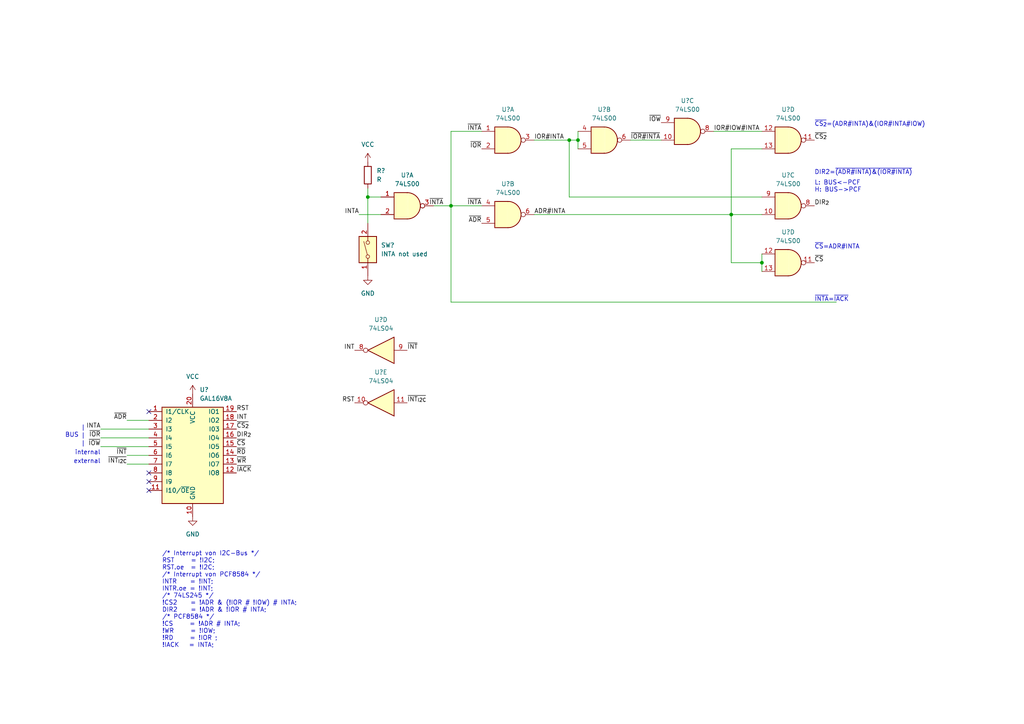
<source format=kicad_sch>
(kicad_sch (version 20211123) (generator eeschema)
  (paper "A4")
  (lib_symbols
    (symbol "74xx:74LS00" (pin_names (offset 1.016))
      (property "Reference" "U" (at 0 1.27 0))
      (property "Value" "74LS00" (at 0 -1.27 0))
      (symbol "74LS00_1_1"
        (arc (start 0 -3.81) (mid 3.81 0) (end 0 3.81) (stroke (width 0.254)) (fill (type background)))
        (polyline (pts (xy 0 3.81) (xy -3.81 3.81) (xy -3.81 -3.81) (xy 0 -3.81)) (stroke (width 0.254)) (fill (type background)))
        (pin input line (at -7.62 2.54 0) (length 3.81) (name "~") (number "1"))
        (pin input line (at -7.62 -2.54 0) (length 3.81) (name "~") (number "2"))
        (pin output inverted (at 7.62 0 180) (length 3.81) (name "~") (number "3"))
      )
      (symbol "74LS00_1_2"
        (arc (start -3.81 -3.81) (mid -2.589 0) (end -3.81 3.81) (stroke (width 0.254)))
        (arc (start -0.6096 -3.81) (mid 2.1842 -2.5851) (end 3.81 0) (stroke (width 0.254)) (fill (type background)))
        (polyline (pts (xy -3.81 -3.81) (xy -0.635 -3.81)) (stroke (width 0.254)) (fill (type background)))
        (polyline (pts (xy -3.81 3.81) (xy -0.635 3.81)) (stroke (width 0.254)) (fill (type background)))
        (polyline (pts (xy -0.635 3.81) (xy -3.81 3.81) (xy -3.81 3.81) (xy -3.556 3.4036) (xy -3.0226 2.2606) (xy -2.6924 1.0414) (xy -2.6162 -0.254) (xy -2.7686 -1.4986) (xy -3.175 -2.7178) (xy -3.81 -3.81) (xy -3.81 -3.81) (xy -0.635 -3.81)) (stroke (width -25.4)) (fill (type background)))
        (arc (start 3.81 0) (mid 2.1915 2.5936) (end -0.6096 3.81) (stroke (width 0.254)) (fill (type background)))
        (pin input inverted (at -7.62 2.54 0) (length 4.318) (name "~") (number "1"))
        (pin input inverted (at -7.62 -2.54 0) (length 4.318) (name "~") (number "2"))
        (pin output line (at 7.62 0 180) (length 3.81) (name "~") (number "3"))
      )
      (symbol "74LS00_2_1"
        (arc (start 0 -3.81) (mid 3.81 0) (end 0 3.81) (stroke (width 0.254)) (fill (type background)))
        (polyline (pts (xy 0 3.81) (xy -3.81 3.81) (xy -3.81 -3.81) (xy 0 -3.81)) (stroke (width 0.254)) (fill (type background)))
        (pin input line (at -7.62 2.54 0) (length 3.81) (name "~") (number "4"))
        (pin input line (at -7.62 -2.54 0) (length 3.81) (name "~") (number "5"))
        (pin output inverted (at 7.62 0 180) (length 3.81) (name "~") (number "6"))
      )
      (symbol "74LS00_2_2"
        (arc (start -3.81 -3.81) (mid -2.589 0) (end -3.81 3.81) (stroke (width 0.254)))
        (arc (start -0.6096 -3.81) (mid 2.1842 -2.5851) (end 3.81 0) (stroke (width 0.254)) (fill (type background)))
        (polyline (pts (xy -3.81 -3.81) (xy -0.635 -3.81)) (stroke (width 0.254)) (fill (type background)))
        (polyline (pts (xy -3.81 3.81) (xy -0.635 3.81)) (stroke (width 0.254)) (fill (type background)))
        (polyline (pts (xy -0.635 3.81) (xy -3.81 3.81) (xy -3.81 3.81) (xy -3.556 3.4036) (xy -3.0226 2.2606) (xy -2.6924 1.0414) (xy -2.6162 -0.254) (xy -2.7686 -1.4986) (xy -3.175 -2.7178) (xy -3.81 -3.81) (xy -3.81 -3.81) (xy -0.635 -3.81)) (stroke (width -25.4)) (fill (type background)))
        (arc (start 3.81 0) (mid 2.1915 2.5936) (end -0.6096 3.81) (stroke (width 0.254)) (fill (type background)))
        (pin input inverted (at -7.62 2.54 0) (length 4.318) (name "~") (number "4"))
        (pin input inverted (at -7.62 -2.54 0) (length 4.318) (name "~") (number "5"))
        (pin output line (at 7.62 0 180) (length 3.81) (name "~") (number "6"))
      )
      (symbol "74LS00_3_1"
        (arc (start 0 -3.81) (mid 3.81 0) (end 0 3.81) (stroke (width 0.254)) (fill (type background)))
        (polyline (pts (xy 0 3.81) (xy -3.81 3.81) (xy -3.81 -3.81) (xy 0 -3.81)) (stroke (width 0.254)) (fill (type background)))
        (pin input line (at -7.62 -2.54 0) (length 3.81) (name "~") (number "10"))
        (pin output inverted (at 7.62 0 180) (length 3.81) (name "~") (number "8"))
        (pin input line (at -7.62 2.54 0) (length 3.81) (name "~") (number "9"))
      )
      (symbol "74LS00_3_2"
        (arc (start -3.81 -3.81) (mid -2.589 0) (end -3.81 3.81) (stroke (width 0.254)))
        (arc (start -0.6096 -3.81) (mid 2.1842 -2.5851) (end 3.81 0) (stroke (width 0.254)) (fill (type background)))
        (polyline (pts (xy -3.81 -3.81) (xy -0.635 -3.81)) (stroke (width 0.254)) (fill (type background)))
        (polyline (pts (xy -3.81 3.81) (xy -0.635 3.81)) (stroke (width 0.254)) (fill (type background)))
        (polyline (pts (xy -0.635 3.81) (xy -3.81 3.81) (xy -3.81 3.81) (xy -3.556 3.4036) (xy -3.0226 2.2606) (xy -2.6924 1.0414) (xy -2.6162 -0.254) (xy -2.7686 -1.4986) (xy -3.175 -2.7178) (xy -3.81 -3.81) (xy -3.81 -3.81) (xy -0.635 -3.81)) (stroke (width -25.4)) (fill (type background)))
        (arc (start 3.81 0) (mid 2.1915 2.5936) (end -0.6096 3.81) (stroke (width 0.254)) (fill (type background)))
        (pin input inverted (at -7.62 -2.54 0) (length 4.318) (name "~") (number "10"))
        (pin output line (at 7.62 0 180) (length 3.81) (name "~") (number "8"))
        (pin input inverted (at -7.62 2.54 0) (length 4.318) (name "~") (number "9"))
      )
      (symbol "74LS00_4_1"
        (arc (start 0 -3.81) (mid 3.81 0) (end 0 3.81) (stroke (width 0.254)) (fill (type background)))
        (polyline (pts (xy 0 3.81) (xy -3.81 3.81) (xy -3.81 -3.81) (xy 0 -3.81)) (stroke (width 0.254)) (fill (type background)))
        (pin output inverted (at 7.62 0 180) (length 3.81) (name "~") (number "11"))
        (pin input line (at -7.62 2.54 0) (length 3.81) (name "~") (number "12"))
        (pin input line (at -7.62 -2.54 0) (length 3.81) (name "~") (number "13"))
      )
      (symbol "74LS00_4_2"
        (arc (start -3.81 -3.81) (mid -2.589 0) (end -3.81 3.81) (stroke (width 0.254)))
        (arc (start -0.6096 -3.81) (mid 2.1842 -2.5851) (end 3.81 0) (stroke (width 0.254)) (fill (type background)))
        (polyline (pts (xy -3.81 -3.81) (xy -0.635 -3.81)) (stroke (width 0.254)) (fill (type background)))
        (polyline (pts (xy -3.81 3.81) (xy -0.635 3.81)) (stroke (width 0.254)) (fill (type background)))
        (polyline (pts (xy -0.635 3.81) (xy -3.81 3.81) (xy -3.81 3.81) (xy -3.556 3.4036) (xy -3.0226 2.2606) (xy -2.6924 1.0414) (xy -2.6162 -0.254) (xy -2.7686 -1.4986) (xy -3.175 -2.7178) (xy -3.81 -3.81) (xy -3.81 -3.81) (xy -0.635 -3.81)) (stroke (width -25.4)) (fill (type background)))
        (arc (start 3.81 0) (mid 2.1915 2.5936) (end -0.6096 3.81) (stroke (width 0.254)) (fill (type background)))
        (pin output line (at 7.62 0 180) (length 3.81) (name "~") (number "11"))
        (pin input inverted (at -7.62 2.54 0) (length 4.318) (name "~") (number "12"))
        (pin input inverted (at -7.62 -2.54 0) (length 4.318) (name "~") (number "13"))
      )
      (symbol "74LS00_5_0"
        (pin power_in line (at 0 12.7 270) (length 5.08) (name "VCC") (number "14"))
        (pin power_in line (at 0 -12.7 90) (length 5.08) (name "GND") (number "7"))
      )
      (symbol "74LS00_5_1"
        (rectangle (start -5.08 7.62) (end 5.08 -7.62) (stroke (width 0.254)) (fill (type background)))
      )
    )
    (symbol "74xx:74LS04"
      (property "Reference" "U" (at 0 1.27 0))
      (property "Value" "74LS04" (at 0 -1.27 0))
      (symbol "74LS04_1_0"
        (polyline (pts (xy -3.81 3.81) (xy -3.81 -3.81) (xy 3.81 0) (xy -3.81 3.81)) (stroke (width 0.254)) (fill (type background)))
        (pin input line (at -7.62 0 0) (length 3.81) (name "~") (number "1"))
        (pin output inverted (at 7.62 0 180) (length 3.81) (name "~") (number "2"))
      )
      (symbol "74LS04_2_0"
        (polyline (pts (xy -3.81 3.81) (xy -3.81 -3.81) (xy 3.81 0) (xy -3.81 3.81)) (stroke (width 0.254)) (fill (type background)))
        (pin input line (at -7.62 0 0) (length 3.81) (name "~") (number "3"))
        (pin output inverted (at 7.62 0 180) (length 3.81) (name "~") (number "4"))
      )
      (symbol "74LS04_3_0"
        (polyline (pts (xy -3.81 3.81) (xy -3.81 -3.81) (xy 3.81 0) (xy -3.81 3.81)) (stroke (width 0.254)) (fill (type background)))
        (pin input line (at -7.62 0 0) (length 3.81) (name "~") (number "5"))
        (pin output inverted (at 7.62 0 180) (length 3.81) (name "~") (number "6"))
      )
      (symbol "74LS04_4_0"
        (polyline (pts (xy -3.81 3.81) (xy -3.81 -3.81) (xy 3.81 0) (xy -3.81 3.81)) (stroke (width 0.254)) (fill (type background)))
        (pin output inverted (at 7.62 0 180) (length 3.81) (name "~") (number "8"))
        (pin input line (at -7.62 0 0) (length 3.81) (name "~") (number "9"))
      )
      (symbol "74LS04_5_0"
        (polyline (pts (xy -3.81 3.81) (xy -3.81 -3.81) (xy 3.81 0) (xy -3.81 3.81)) (stroke (width 0.254)) (fill (type background)))
        (pin output inverted (at 7.62 0 180) (length 3.81) (name "~") (number "10"))
        (pin input line (at -7.62 0 0) (length 3.81) (name "~") (number "11"))
      )
      (symbol "74LS04_6_0"
        (polyline (pts (xy -3.81 3.81) (xy -3.81 -3.81) (xy 3.81 0) (xy -3.81 3.81)) (stroke (width 0.254)) (fill (type background)))
        (pin output inverted (at 7.62 0 180) (length 3.81) (name "~") (number "12"))
        (pin input line (at -7.62 0 0) (length 3.81) (name "~") (number "13"))
      )
      (symbol "74LS04_7_0"
        (pin power_in line (at 0 12.7 270) (length 5.08) (name "VCC") (number "14"))
        (pin power_in line (at 0 -12.7 90) (length 5.08) (name "GND") (number "7"))
      )
      (symbol "74LS04_7_1"
        (rectangle (start -5.08 7.62) (end 5.08 -7.62) (stroke (width 0.254)) (fill (type background)))
      )
    )
    (symbol "Device:R" (pin_numbers hide) (pin_names (offset 0))
      (property "Reference" "R" (at 2.032 0 90))
      (property "Value" "R" (at 0 0 90))
      (symbol "R_0_1"
        (rectangle (start -1.016 -2.54) (end 1.016 2.54) (stroke (width 0.254)))
      )
      (symbol "R_1_1"
        (pin passive line (at 0 3.81 270) (length 1.27) (name "~") (number "1"))
        (pin passive line (at 0 -3.81 90) (length 1.27) (name "~") (number "2"))
      )
    )
    (symbol "Logic_Programmable:GAL16V8" (pin_names (offset 1.016))
      (property "Reference" "U" (at -8.89 16.51 0))
      (property "Value" "GAL16V8" (at 1.27 16.51 0))
      (symbol "GAL16V8_0_0"
        (pin power_in line (at 0 -17.78 90) (length 3.81) (name "GND") (number "10"))
        (pin power_in line (at 0 17.78 270) (length 3.81) (name "VCC") (number "20"))
      )
      (symbol "GAL16V8_0_1"
        (rectangle (start -8.89 13.97) (end 8.89 -13.97) (stroke (width 0.254)) (fill (type background)))
      )
      (symbol "GAL16V8_1_1"
        (pin input line (at -12.7 12.7 0) (length 3.81) (name "I1/CLK") (number "1"))
        (pin input line (at -12.7 -10.16 0) (length 3.81) (name "I10/~{OE}") (number "11"))
        (pin tri_state line (at 12.7 -5.08 180) (length 3.81) (name "IO8") (number "12"))
        (pin tri_state line (at 12.7 -2.54 180) (length 3.81) (name "IO7") (number "13"))
        (pin tri_state line (at 12.7 0 180) (length 3.81) (name "IO6") (number "14"))
        (pin tri_state line (at 12.7 2.54 180) (length 3.81) (name "IO5") (number "15"))
        (pin tri_state line (at 12.7 5.08 180) (length 3.81) (name "IO4") (number "16"))
        (pin tri_state line (at 12.7 7.62 180) (length 3.81) (name "I03") (number "17"))
        (pin tri_state line (at 12.7 10.16 180) (length 3.81) (name "IO2") (number "18"))
        (pin tri_state line (at 12.7 12.7 180) (length 3.81) (name "IO1") (number "19"))
        (pin input line (at -12.7 10.16 0) (length 3.81) (name "I2") (number "2"))
        (pin input line (at -12.7 7.62 0) (length 3.81) (name "I3") (number "3"))
        (pin input line (at -12.7 5.08 0) (length 3.81) (name "I4") (number "4"))
        (pin input line (at -12.7 2.54 0) (length 3.81) (name "I5") (number "5"))
        (pin input line (at -12.7 0 0) (length 3.81) (name "I6") (number "6"))
        (pin input line (at -12.7 -2.54 0) (length 3.81) (name "I7") (number "7"))
        (pin input line (at -12.7 -5.08 0) (length 3.81) (name "I8") (number "8"))
        (pin input line (at -12.7 -7.62 0) (length 3.81) (name "I9") (number "9"))
      )
    )
    (symbol "Switch:SW_DIP_x01" (pin_names (offset 0) hide)
      (property "Reference" "SW" (at 0 3.81 0))
      (property "Value" "SW_DIP_x01" (at 0 -3.81 0))
      (symbol "SW_DIP_x01_0_0"
        (circle (center -2.032 0) (radius 0.508))
        (polyline (pts (xy -1.524 0.127) (xy 2.3622 1.1684)))
        (circle (center 2.032 0) (radius 0.508))
      )
      (symbol "SW_DIP_x01_0_1"
        (rectangle (start -3.81 2.54) (end 3.81 -2.54) (stroke (width 0.254)) (fill (type background)))
      )
      (symbol "SW_DIP_x01_1_1"
        (pin passive line (at -7.62 0 0) (length 5.08) (name "~") (number "1"))
        (pin passive line (at 7.62 0 180) (length 5.08) (name "~") (number "2"))
      )
    )
    (symbol "power:GND" (power) (pin_names (offset 0))
      (property "Value" "GND" (at 0 -3.81 0))
      (symbol "GND_0_1"
        (polyline (pts (xy 0 0) (xy 0 -1.27) (xy 1.27 -1.27) (xy 0 -2.54) (xy -1.27 -1.27) (xy 0 -1.27)))
      )
      (symbol "GND_1_1"
        (pin power_in line (at 0 0 270) (length 0) hide (name "GND") (number "1"))
      )
    )
    (symbol "power:VCC" (power) (pin_names (offset 0))
      (property "Value" "VCC" (at 0 3.81 0))
      (symbol "VCC_0_1"
        (polyline (pts (xy -0.762 1.27) (xy 0 2.54)))
        (polyline (pts (xy 0 0) (xy 0 2.54)))
        (polyline (pts (xy 0 2.54) (xy 0.762 1.27)))
      )
      (symbol "VCC_1_1"
        (pin power_in line (at 0 0 90) (length 0) hide (name "VCC") (number "1"))
      )
    )
  )
  (junction (at 220.98 76.2))
  (junction (at 212.09 62.23))
  (junction (at 165.1 40.64))
  (junction (at 130.81 59.69))
  (junction (at 167.64 40.64))
  (junction (at 106.68 57.15))
  (no_connect (at 43.18 142.24))
  (no_connect (at 43.18 119.38))
  (no_connect (at 43.18 137.16))
  (no_connect (at 43.18 139.7))
  (wire (pts (xy 125.73 59.69) (xy 130.81 59.69)))
  (wire (pts (xy 220.98 57.15) (xy 165.1 57.15)))
  (wire (pts (xy 106.68 57.15) (xy 110.49 57.15)))
  (wire (pts (xy 106.68 54.61) (xy 106.68 57.15)))
  (wire (pts (xy 106.68 57.15) (xy 106.68 64.77)))
  (wire (pts (xy 220.98 76.2) (xy 220.98 78.74)))
  (wire (pts (xy 36.83 121.92) (xy 43.18 121.92)))
  (wire (pts (xy 104.14 62.23) (xy 110.49 62.23)))
  (wire (pts (xy 212.09 76.2) (xy 212.09 62.23)))
  (wire (pts (xy 29.21 129.54) (xy 43.18 129.54)))
  (wire (pts (xy 29.21 124.46) (xy 43.18 124.46)))
  (wire (pts (xy 167.64 40.64) (xy 167.64 43.18)))
  (wire (pts (xy 212.09 62.23) (xy 220.98 62.23)))
  (wire (pts (xy 36.83 132.08) (xy 43.18 132.08)))
  (wire (pts (xy 130.81 38.1) (xy 130.81 59.69)))
  (wire (pts (xy 130.81 38.1) (xy 139.7 38.1)))
  (wire (pts (xy 220.98 76.2) (xy 212.09 76.2)))
  (wire (pts (xy 130.81 87.63) (xy 242.57 87.63)))
  (wire (pts (xy 167.64 38.1) (xy 167.64 40.64)))
  (wire (pts (xy 165.1 57.15) (xy 165.1 40.64)))
  (wire (pts (xy 220.98 73.66) (xy 220.98 76.2)))
  (wire (pts (xy 130.81 59.69) (xy 139.7 59.69)))
  (wire (pts (xy 165.1 40.64) (xy 167.64 40.64)))
  (wire (pts (xy 182.88 40.64) (xy 191.77 40.64)))
  (wire (pts (xy 29.21 127) (xy 43.18 127)))
  (wire (pts (xy 212.09 43.18) (xy 220.98 43.18)))
  (wire (pts (xy 154.94 62.23) (xy 212.09 62.23)))
  (wire (pts (xy 36.83 134.62) (xy 43.18 134.62)))
  (polyline (pts (xy 24.13 123.19) (xy 24.13 129.54)))
  (wire (pts (xy 207.01 38.1) (xy 220.98 38.1)))
  (wire (pts (xy 212.09 62.23) (xy 212.09 43.18)))
  (wire (pts (xy 130.81 59.69) (xy 130.81 87.63)))
  (wire (pts (xy 154.94 40.64) (xy 165.1 40.64)))
  (text "~{CS}=ADR#INTA" (at 236.22 72.39 0) (effects (font (size 1.27 1.27)) (justify left bottom)))
  (text "external" (at 29.21 134.62 180) (effects (font (size 1.27 1.27)) (justify right bottom)))
  (text "BUS" (at 22.86 127 180) (effects (font (size 1.27 1.27)) (justify right bottom)))
  (text "DIR2=~{(ADR#INTA)&(IOR#INTA)}" (at 236.22 50.8 0) (effects (font (size 1.27 1.27)) (justify left bottom)))
  (text "~{CS_{2}}=(ADR#INTA)&(IOR#INTA#IOW)" (at 236.22 36.83 0) (effects (font (size 1.27 1.27)) (justify left bottom)))
  (text "internal" (at 29.21 132.08 180) (effects (font (size 1.27 1.27)) (justify right bottom)))
  (text "/* Interrupt von I2C-Bus */\nRST     = !I2C;   \nRST.oe  = !I2C;  \n/* Interrupt von PCF8584 */\nINTR    = !INT;\nINTR.oe = !INT;\n/* 74LS245 */\n!CS2    = !ADR & (!IOR # !IOW) # INTA;\nDIR2    = !ADR & !IOR # INTA;\n/* PCF8584 */\n!CS     = !ADR # INTA;\n!WR     = !IOW;\n!RD     = !IOR ;\n!IACK   = INTA;" (at 46.99 187.96 0) (effects (font (size 1.27 1.27)) (justify left bottom)))
  (text "L: BUS<-PCF\nH: BUS->PCF" (at 236.22 55.88 0) (effects (font (size 1.27 1.27)) (justify left bottom)))
  (text "~{INTA}=~{IACK}" (at 236.22 87.63 0) (effects (font (size 1.27 1.27)) (justify left bottom)))
  (label "~{ADR}" (at 139.7 64.77 180))
  (label "~{INT}" (at 36.83 132.08 180))
  (label "~{CS_{2}}" (at 236.22 40.64 0))
  (label "~{IACK}" (at 68.58 137.16 0))
  (label "~{IOW}" (at 29.21 129.54 180))
  (label "~{CS}" (at 68.58 129.54 0))
  (label "~{IOR#INTA}" (at 182.88 40.64 0))
  (label "~{CS_{2}}" (at 68.58 124.46 0))
  (label "DIR_{2}" (at 68.58 127 0))
  (label "~{INTA}" (at 139.7 38.1 180))
  (label "~{IOR}" (at 139.7 43.18 180))
  (label "RST" (at 68.58 119.38 0))
  (label "~{INTA}" (at 139.7 59.69 180))
  (label "ADR#INTA" (at 154.94 62.23 0))
  (label "~{CS}" (at 236.22 76.2 0))
  (label "INT" (at 102.87 101.6 180))
  (label "DIR_{2}" (at 236.22 59.69 0))
  (label "IOR#IOW#INTA" (at 207.01 38.1 0))
  (label "~{INT}" (at 118.11 101.6 0))
  (label "~{IOW}" (at 191.77 35.56 180))
  (label "INT" (at 68.58 121.92 0))
  (label "INTA" (at 29.21 124.46 180))
  (label "~{WR}" (at 68.58 134.62 0))
  (label "~{RD}" (at 68.58 132.08 0))
  (label "RST" (at 102.87 116.84 180))
  (label "INTA" (at 104.14 62.23 180))
  (label "IOR#INTA" (at 154.94 40.64 0))
  (label "~{INTA}" (at 124.46 59.69 0))
  (label "~{INT_{I2C}}" (at 118.11 116.84 0))
  (label "~{IOR}" (at 29.21 127 180))
  (label "~{INT_{I2C}}" (at 36.83 134.62 180))
  (label "~{ADR}" (at 36.83 121.92 180))
  (symbol (lib_id "74xx:74LS00") (at 228.6 76.2 0) (unit 4)
    (property "Reference" "U?" (at 228.6 67.31 0))
    (property "Value" "74LS00" (at 228.6 69.85 0))
    (property "Datasheet" "http://www.ti.com/lit/gpn/sn74ls00" (effects hide))
  )
  (symbol (lib_id "74xx:74LS00") (at 175.26 40.64 0) (unit 2)
    (property "Reference" "U?" (at 175.26 31.75 0))
    (property "Value" "74LS00" (at 175.26 34.29 0))
    (property "Datasheet" "http://www.ti.com/lit/gpn/sn74ls00" (effects hide))
  )
  (symbol (lib_id "74xx:74LS00") (at 228.6 40.64 0) (unit 4)
    (property "Reference" "U?" (at 228.6 31.75 0))
    (property "Value" "74LS00" (at 228.6 34.29 0))
    (property "Datasheet" "http://www.ti.com/lit/gpn/sn74ls00" (effects hide))
  )
  (symbol (lib_id "74xx:74LS04") (at 110.49 116.84 180) (unit 5)
    (property "Reference" "U?" (at 110.49 107.95 0))
    (property "Value" "74LS04" (at 110.49 110.49 0))
    (property "Datasheet" "http://www.ti.com/lit/gpn/sn74LS04" (effects hide))
  )
  (symbol (lib_id "Device:R") (at 106.68 50.8 0) (unit 1)
    (property "Reference" "R?" (at 109.22 49.5299 0) (effects (justify left)))
    (property "Value" "R" (at 109.22 52.0699 0) (effects (justify left)))
  )
  (symbol (lib_id "power:GND") (at 106.68 80.01 0) (unit 1)
    (property "Reference" "#PWR?" (effects hide))
    (property "Value" "GND" (at 106.68 85.09 0))
  )
  (symbol (lib_id "74xx:74LS04") (at 110.49 101.6 180) (unit 4)
    (property "Reference" "U?" (at 110.49 92.71 0))
    (property "Value" "74LS04" (at 110.49 95.25 0))
    (property "Datasheet" "http://www.ti.com/lit/gpn/sn74LS04" (effects hide))
  )
  (symbol (lib_id "74xx:74LS00") (at 199.39 38.1 0) (unit 3)
    (property "Reference" "U?" (at 199.39 29.21 0))
    (property "Value" "74LS00" (at 199.39 31.75 0))
    (property "Datasheet" "http://www.ti.com/lit/gpn/sn74ls00" (effects hide))
  )
  (symbol (lib_id "74xx:74LS00") (at 147.32 40.64 0) (unit 1)
    (property "Reference" "U?" (at 147.32 31.75 0))
    (property "Value" "74LS00" (at 147.32 34.29 0))
    (property "Datasheet" "http://www.ti.com/lit/gpn/sn74ls00" (effects hide))
  )
  (symbol (lib_id "74xx:74LS00") (at 228.6 59.69 0) (unit 3)
    (property "Reference" "U?" (at 228.6 50.8 0))
    (property "Value" "74LS00" (at 228.6 53.34 0))
    (property "Datasheet" "http://www.ti.com/lit/gpn/sn74ls00" (effects hide))
  )
  (symbol (lib_id "74xx:74LS00") (at 147.32 62.23 0) (unit 2)
    (property "Reference" "U?" (at 147.32 53.34 0))
    (property "Value" "74LS00" (at 147.32 55.88 0))
    (property "Datasheet" "http://www.ti.com/lit/gpn/sn74ls00" (effects hide))
  )
  (symbol (lib_id "74xx:74LS00") (at 118.11 59.69 0) (unit 1)
    (property "Reference" "U?" (at 118.11 50.8 0))
    (property "Value" "74LS00" (at 118.11 53.34 0))
    (property "Datasheet" "http://www.ti.com/lit/gpn/sn74ls00" (effects hide))
  )
  (symbol (lib_id "power:GND") (at 55.88 149.86 0) (unit 1)
    (property "Reference" "#PWR?" (effects hide))
    (property "Value" "GND" (at 55.88 154.94 0))
  )
  (symbol (lib_id "power:VCC") (at 55.88 114.3 0) (unit 1)
    (property "Reference" "#PWR?" (effects hide))
    (property "Value" "VCC" (at 55.88 109.22 0))
  )
  (symbol (lib_id "Logic_Programmable:GAL16V8") (at 55.88 132.08 0) (unit 1)
    (property "Reference" "U?" (at 57.8994 113.03 0) (effects (justify left)))
    (property "Value" "GAL16V8A" (at 57.8994 115.57 0) (effects (justify left)))
    (property "Footprint" "Package_DIP:DIP-20_W7.62mm_Socket" (effects hide))
  )
  (symbol (lib_id "Switch:SW_DIP_x01") (at 106.68 72.39 90) (unit 1)
    (property "Reference" "SW?" (at 110.49 71.1199 90) (effects (justify right)))
    (property "Value" "INTA not used" (at 110.49 73.6599 90) (effects (justify right)))
  )
  (symbol (lib_id "power:VCC") (at 106.68 46.99 0) (unit 1)
    (property "Reference" "#PWR?" (effects hide))
    (property "Value" "VCC" (at 106.68 41.91 0))
  )
)
</source>
